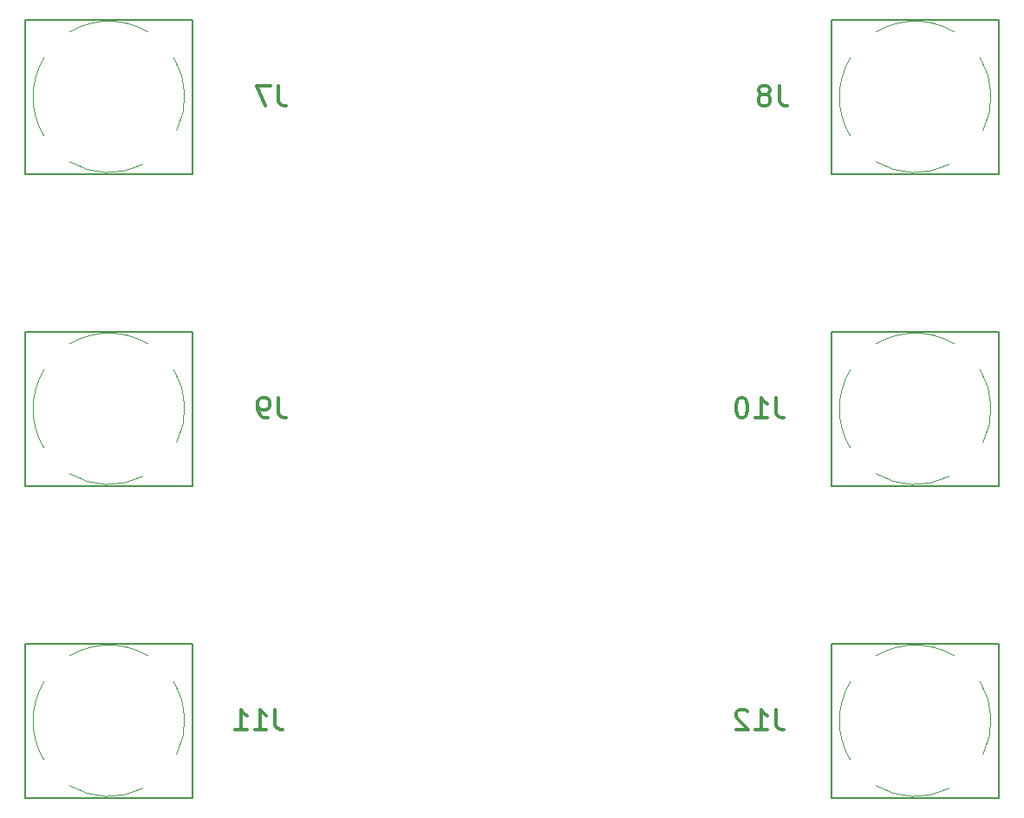
<source format=gbo>
G04 #@! TF.GenerationSoftware,KiCad,Pcbnew,6.0.9-8da3e8f707~116~ubuntu20.04.1*
G04 #@! TF.CreationDate,2023-03-16T00:54:39+01:00*
G04 #@! TF.ProjectId,six_to_six_vertical,7369785f-746f-45f7-9369-785f76657274,rev?*
G04 #@! TF.SameCoordinates,Original*
G04 #@! TF.FileFunction,Legend,Bot*
G04 #@! TF.FilePolarity,Positive*
%FSLAX46Y46*%
G04 Gerber Fmt 4.6, Leading zero omitted, Abs format (unit mm)*
G04 Created by KiCad (PCBNEW 6.0.9-8da3e8f707~116~ubuntu20.04.1) date 2023-03-16 00:54:39*
%MOMM*%
%LPD*%
G01*
G04 APERTURE LIST*
%ADD10C,0.300000*%
%ADD11C,0.152400*%
%ADD12C,0.120000*%
%ADD13R,1.700000X1.700000*%
%ADD14O,1.700000X1.700000*%
%ADD15C,2.000000*%
%ADD16C,3.000000*%
G04 APERTURE END LIST*
D10*
X124491666Y-58594761D02*
X124491666Y-60023333D01*
X124586904Y-60309047D01*
X124777380Y-60499523D01*
X125063095Y-60594761D01*
X125253571Y-60594761D01*
X123729761Y-58594761D02*
X122396428Y-58594761D01*
X123253571Y-60594761D01*
X173386666Y-58594761D02*
X173386666Y-60023333D01*
X173481904Y-60309047D01*
X173672380Y-60499523D01*
X173958095Y-60594761D01*
X174148571Y-60594761D01*
X172148571Y-59451904D02*
X172339047Y-59356666D01*
X172434285Y-59261428D01*
X172529523Y-59070952D01*
X172529523Y-58975714D01*
X172434285Y-58785238D01*
X172339047Y-58690000D01*
X172148571Y-58594761D01*
X171767619Y-58594761D01*
X171577142Y-58690000D01*
X171481904Y-58785238D01*
X171386666Y-58975714D01*
X171386666Y-59070952D01*
X171481904Y-59261428D01*
X171577142Y-59356666D01*
X171767619Y-59451904D01*
X172148571Y-59451904D01*
X172339047Y-59547142D01*
X172434285Y-59642380D01*
X172529523Y-59832857D01*
X172529523Y-60213809D01*
X172434285Y-60404285D01*
X172339047Y-60499523D01*
X172148571Y-60594761D01*
X171767619Y-60594761D01*
X171577142Y-60499523D01*
X171481904Y-60404285D01*
X171386666Y-60213809D01*
X171386666Y-59832857D01*
X171481904Y-59642380D01*
X171577142Y-59547142D01*
X171767619Y-59451904D01*
X124491666Y-89074761D02*
X124491666Y-90503333D01*
X124586904Y-90789047D01*
X124777380Y-90979523D01*
X125063095Y-91074761D01*
X125253571Y-91074761D01*
X123444047Y-91074761D02*
X123063095Y-91074761D01*
X122872619Y-90979523D01*
X122777380Y-90884285D01*
X122586904Y-90598571D01*
X122491666Y-90217619D01*
X122491666Y-89455714D01*
X122586904Y-89265238D01*
X122682142Y-89170000D01*
X122872619Y-89074761D01*
X123253571Y-89074761D01*
X123444047Y-89170000D01*
X123539285Y-89265238D01*
X123634523Y-89455714D01*
X123634523Y-89931904D01*
X123539285Y-90122380D01*
X123444047Y-90217619D01*
X123253571Y-90312857D01*
X122872619Y-90312857D01*
X122682142Y-90217619D01*
X122586904Y-90122380D01*
X122491666Y-89931904D01*
X173069047Y-89074761D02*
X173069047Y-90503333D01*
X173164285Y-90789047D01*
X173354761Y-90979523D01*
X173640476Y-91074761D01*
X173830952Y-91074761D01*
X171069047Y-91074761D02*
X172211904Y-91074761D01*
X171640476Y-91074761D02*
X171640476Y-89074761D01*
X171830952Y-89360476D01*
X172021428Y-89550952D01*
X172211904Y-89646190D01*
X169830952Y-89074761D02*
X169640476Y-89074761D01*
X169450000Y-89170000D01*
X169354761Y-89265238D01*
X169259523Y-89455714D01*
X169164285Y-89836666D01*
X169164285Y-90312857D01*
X169259523Y-90693809D01*
X169354761Y-90884285D01*
X169450000Y-90979523D01*
X169640476Y-91074761D01*
X169830952Y-91074761D01*
X170021428Y-90979523D01*
X170116666Y-90884285D01*
X170211904Y-90693809D01*
X170307142Y-90312857D01*
X170307142Y-89836666D01*
X170211904Y-89455714D01*
X170116666Y-89265238D01*
X170021428Y-89170000D01*
X169830952Y-89074761D01*
X173069047Y-119554761D02*
X173069047Y-120983333D01*
X173164285Y-121269047D01*
X173354761Y-121459523D01*
X173640476Y-121554761D01*
X173830952Y-121554761D01*
X171069047Y-121554761D02*
X172211904Y-121554761D01*
X171640476Y-121554761D02*
X171640476Y-119554761D01*
X171830952Y-119840476D01*
X172021428Y-120030952D01*
X172211904Y-120126190D01*
X170307142Y-119745238D02*
X170211904Y-119650000D01*
X170021428Y-119554761D01*
X169545238Y-119554761D01*
X169354761Y-119650000D01*
X169259523Y-119745238D01*
X169164285Y-119935714D01*
X169164285Y-120126190D01*
X169259523Y-120411904D01*
X170402380Y-121554761D01*
X169164285Y-121554761D01*
X124174047Y-119554761D02*
X124174047Y-120983333D01*
X124269285Y-121269047D01*
X124459761Y-121459523D01*
X124745476Y-121554761D01*
X124935952Y-121554761D01*
X122174047Y-121554761D02*
X123316904Y-121554761D01*
X122745476Y-121554761D02*
X122745476Y-119554761D01*
X122935952Y-119840476D01*
X123126428Y-120030952D01*
X123316904Y-120126190D01*
X120269285Y-121554761D02*
X121412142Y-121554761D01*
X120840714Y-121554761D02*
X120840714Y-119554761D01*
X121031190Y-119840476D01*
X121221666Y-120030952D01*
X121412142Y-120126190D01*
D11*
X99771200Y-52171600D02*
X116128800Y-52171600D01*
X116128800Y-67208400D02*
X107950000Y-67208400D01*
X116128800Y-52171600D02*
X116128800Y-67208400D01*
X107950000Y-67208400D02*
X99771200Y-67208400D01*
X99771200Y-67208400D02*
X99771200Y-52171600D01*
D12*
X104140000Y-66039999D02*
G75*
G03*
X111252000Y-66294000I3785887J6309808D01*
G01*
X114554001Y-62992000D02*
G75*
G03*
X114300000Y-55880000I-6563798J3326114D01*
G01*
X111760000Y-53340001D02*
G75*
G03*
X104140000Y-53340001I-3810000J-6349999D01*
G01*
X101600001Y-55880000D02*
G75*
G03*
X101600001Y-63500000I6349999J-3810000D01*
G01*
D11*
X178511200Y-52171600D02*
X194868800Y-52171600D01*
X178511200Y-67208400D02*
X178511200Y-52171600D01*
X186690000Y-67208400D02*
X178511200Y-67208400D01*
X194868800Y-67208400D02*
X186690000Y-67208400D01*
X194868800Y-52171600D02*
X194868800Y-67208400D01*
D12*
X180340001Y-55880000D02*
G75*
G03*
X180340001Y-63500000I6349999J-3810000D01*
G01*
X190500000Y-53340001D02*
G75*
G03*
X182880000Y-53340001I-3810000J-6349999D01*
G01*
X193294001Y-62992000D02*
G75*
G03*
X193040000Y-55880000I-6563798J3326114D01*
G01*
X182880000Y-66039999D02*
G75*
G03*
X189992000Y-66294000I3785887J6309808D01*
G01*
D11*
X99771200Y-97688400D02*
X99771200Y-82651600D01*
X99771200Y-82651600D02*
X116128800Y-82651600D01*
X116128800Y-97688400D02*
X107950000Y-97688400D01*
X107950000Y-97688400D02*
X99771200Y-97688400D01*
X116128800Y-82651600D02*
X116128800Y-97688400D01*
D12*
X101600001Y-86360000D02*
G75*
G03*
X101600001Y-93980000I6349999J-3810000D01*
G01*
X111760000Y-83820001D02*
G75*
G03*
X104140000Y-83820001I-3810000J-6349999D01*
G01*
X104140000Y-96519999D02*
G75*
G03*
X111252000Y-96774000I3785887J6309808D01*
G01*
X114554001Y-93472000D02*
G75*
G03*
X114300000Y-86360000I-6563798J3326114D01*
G01*
D11*
X186690000Y-97688400D02*
X178511200Y-97688400D01*
X194868800Y-97688400D02*
X186690000Y-97688400D01*
X178511200Y-82651600D02*
X194868800Y-82651600D01*
X194868800Y-82651600D02*
X194868800Y-97688400D01*
X178511200Y-97688400D02*
X178511200Y-82651600D01*
D12*
X182880000Y-96519999D02*
G75*
G03*
X189992000Y-96774000I3785887J6309808D01*
G01*
X180340001Y-86360000D02*
G75*
G03*
X180340001Y-93980000I6349999J-3810000D01*
G01*
X193294001Y-93472000D02*
G75*
G03*
X193040000Y-86360000I-6563798J3326114D01*
G01*
X190500000Y-83820001D02*
G75*
G03*
X182880000Y-83820001I-3810000J-6349999D01*
G01*
D11*
X194868800Y-128168400D02*
X186690000Y-128168400D01*
X194868800Y-113131600D02*
X194868800Y-128168400D01*
X178511200Y-128168400D02*
X178511200Y-113131600D01*
X178511200Y-113131600D02*
X194868800Y-113131600D01*
X186690000Y-128168400D02*
X178511200Y-128168400D01*
D12*
X193294001Y-123952000D02*
G75*
G03*
X193040000Y-116840000I-6563798J3326114D01*
G01*
X182880000Y-126999999D02*
G75*
G03*
X189992000Y-127254000I3785887J6309808D01*
G01*
X180340001Y-116840000D02*
G75*
G03*
X180340001Y-124460000I6349999J-3810000D01*
G01*
X190500000Y-114300001D02*
G75*
G03*
X182880000Y-114300001I-3810000J-6349999D01*
G01*
D11*
X116128800Y-113131600D02*
X116128800Y-128168400D01*
X99771200Y-128168400D02*
X99771200Y-113131600D01*
X99771200Y-113131600D02*
X116128800Y-113131600D01*
X107950000Y-128168400D02*
X99771200Y-128168400D01*
X116128800Y-128168400D02*
X107950000Y-128168400D01*
D12*
X101600001Y-116840000D02*
G75*
G03*
X101600001Y-124460000I6349999J-3810000D01*
G01*
X114554001Y-123952000D02*
G75*
G03*
X114300000Y-116840000I-6563798J3326114D01*
G01*
X111760000Y-114300001D02*
G75*
G03*
X104140000Y-114300001I-3810000J-6349999D01*
G01*
X104140000Y-126999999D02*
G75*
G03*
X111252000Y-127254000I3785887J6309808D01*
G01*
%LPC*%
D13*
X101600000Y-101600000D03*
D14*
X101600000Y-104140000D03*
X104140000Y-101600000D03*
X104140000Y-104140000D03*
X106680000Y-101600000D03*
X106680000Y-104140000D03*
X109220000Y-101600000D03*
X109220000Y-104140000D03*
X111760000Y-101600000D03*
X111760000Y-104140000D03*
X114300000Y-101600000D03*
X114300000Y-104140000D03*
D13*
X101600000Y-71120000D03*
D14*
X101600000Y-73660000D03*
X104140000Y-71120000D03*
X104140000Y-73660000D03*
X106680000Y-71120000D03*
X106680000Y-73660000D03*
X109220000Y-71120000D03*
X109220000Y-73660000D03*
X111760000Y-71120000D03*
X111760000Y-73660000D03*
X114300000Y-71120000D03*
X114300000Y-73660000D03*
D13*
X180340000Y-132080000D03*
D14*
X180340000Y-134620000D03*
X182880000Y-132080000D03*
X182880000Y-134620000D03*
X185420000Y-132080000D03*
X185420000Y-134620000D03*
X187960000Y-132080000D03*
X187960000Y-134620000D03*
X190500000Y-132080000D03*
X190500000Y-134620000D03*
X193040000Y-132080000D03*
X193040000Y-134620000D03*
D13*
X101600000Y-132080000D03*
D14*
X101600000Y-134620000D03*
X104140000Y-132080000D03*
X104140000Y-134620000D03*
X106680000Y-132080000D03*
X106680000Y-134620000D03*
X109220000Y-132080000D03*
X109220000Y-134620000D03*
X111760000Y-132080000D03*
X111760000Y-134620000D03*
X114300000Y-132080000D03*
X114300000Y-134620000D03*
D13*
X180340000Y-71120000D03*
D14*
X180340000Y-73660000D03*
X182880000Y-71120000D03*
X182880000Y-73660000D03*
X185420000Y-71120000D03*
X185420000Y-73660000D03*
X187960000Y-71120000D03*
X187960000Y-73660000D03*
X190500000Y-71120000D03*
X190500000Y-73660000D03*
X193040000Y-71120000D03*
X193040000Y-73660000D03*
D13*
X180340000Y-101600000D03*
D14*
X180340000Y-104140000D03*
X182880000Y-101600000D03*
X182880000Y-104140000D03*
X185420000Y-101600000D03*
X185420000Y-104140000D03*
X187960000Y-101600000D03*
X187960000Y-104140000D03*
X190500000Y-101600000D03*
X190500000Y-104140000D03*
X193040000Y-101600000D03*
X193040000Y-104140000D03*
D15*
X107950000Y-59690000D03*
D16*
X102870000Y-64770000D03*
X113030000Y-64770000D03*
D15*
X107950000Y-57150000D03*
D16*
X102870000Y-54610000D03*
X113030000Y-54610000D03*
D15*
X186690000Y-59690000D03*
D16*
X181610000Y-64770000D03*
X191770000Y-64770000D03*
X191770000Y-54610000D03*
X181610000Y-54610000D03*
D15*
X186690000Y-57150000D03*
X107950000Y-90170000D03*
D16*
X102870000Y-95250000D03*
X102870000Y-85090000D03*
X113030000Y-85090000D03*
X113030000Y-95250000D03*
D15*
X107950000Y-87630000D03*
X186690000Y-90170000D03*
X186690000Y-87630000D03*
D16*
X191770000Y-95250000D03*
X181610000Y-95250000D03*
X181610000Y-85090000D03*
X191770000Y-85090000D03*
D15*
X186690000Y-120650000D03*
D16*
X181610000Y-115570000D03*
D15*
X186690000Y-118110000D03*
D16*
X191770000Y-115570000D03*
X181610000Y-125730000D03*
X191770000Y-125730000D03*
D15*
X107950000Y-120650000D03*
D16*
X102870000Y-115570000D03*
X102870000Y-125730000D03*
D15*
X107950000Y-118110000D03*
D16*
X113030000Y-125730000D03*
X113030000Y-115570000D03*
M02*

</source>
